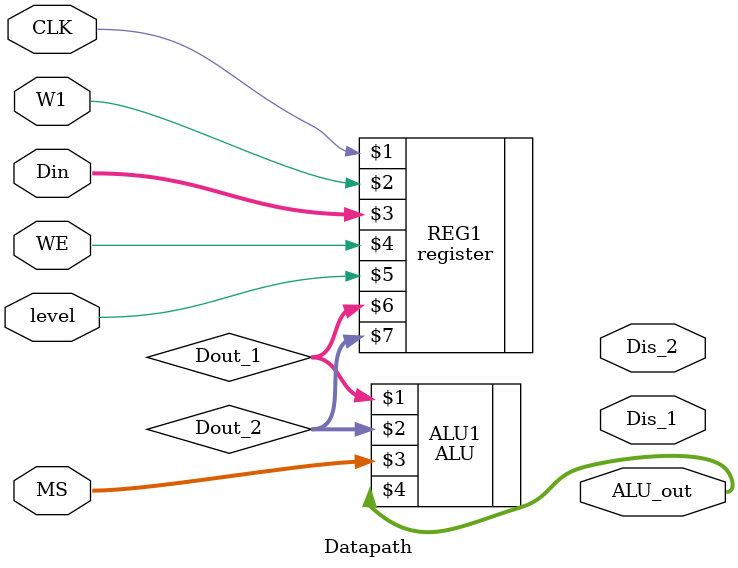
<source format=v>
  
`timescale 1ns / 1ps


module Datapath(CLK, Din, WE, W1, level, MS, ALU_out, Dis_1, Dis_2

    );
    parameter size_data = 16;
    
    input CLK, level;
    input WE; //write enable
    input W1; // location for read-in data
    //input[2:0] num_R1, num_R2;
    input[2:0] MS;
    input[size_data - 1:0] Din;
    output [size_data - 1:0] ALU_out;
    output[3:0] Dis_1, Dis_2;
    wire[size_data - 1:0] Dout_1, Dout_2;
    
    register REG1(CLK, W1, Din, WE, level, Dout_1, Dout_2);
    ALU ALU1(Dout_1, Dout_2, MS, ALU_out);
    
    
endmodule
</source>
